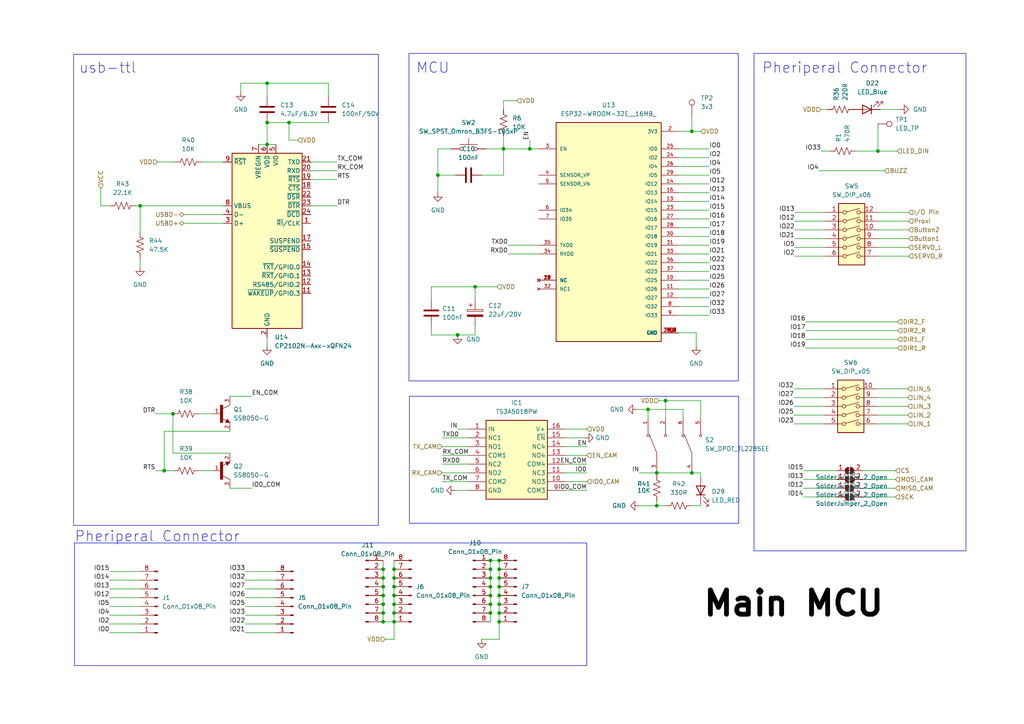
<source format=kicad_sch>
(kicad_sch (version 20230121) (generator eeschema)
  (paper "A4")
  (lib_symbols
    (symbol "Analog_switch_Custom:TS3A5018PW"
      (property "Reference" "IC" (at 24.13 7.62 0))
      (property "Value" "TS3A5018PW" (at 24.13 5.08 0))
      (symbol "TS3A5018PW_1_1"
        (pin passive line (at 0 0 0) (length 5.08) (name "IN") (number "1"))
        (pin passive line (at 27.94 -15.24 180) (length 5.08) (name "NO3") (number "10"))
        (pin passive line (at 27.94 -12.7 180) (length 5.08) (name "NC3") (number "11"))
        (pin passive line (at 27.94 -10.16 180) (length 5.08) (name "COM4") (number "12"))
        (pin passive line (at 27.94 -7.62 180) (length 5.08) (name "NO4") (number "13"))
        (pin passive line (at 27.94 -5.08 180) (length 5.08) (name "NC4") (number "14"))
        (pin passive line (at 27.94 -2.54 180) (length 5.08) (name "~{EN}") (number "15"))
        (pin passive line (at 27.94 0 180) (length 5.08) (name "V+") (number "16"))
        (pin passive line (at 0 -2.54 0) (length 5.08) (name "NC1") (number "2"))
        (pin passive line (at 0 -5.08 0) (length 5.08) (name "NO1") (number "3"))
        (pin passive line (at 0 -7.62 0) (length 5.08) (name "COM1") (number "4"))
        (pin passive line (at 0 -10.16 0) (length 5.08) (name "NC2") (number "5"))
        (pin passive line (at 0 -12.7 0) (length 5.08) (name "NO2") (number "6"))
        (pin passive line (at 0 -15.24 0) (length 5.08) (name "COM2") (number "7"))
        (pin passive line (at 0 -17.78 0) (length 5.08) (name "GND") (number "8"))
        (pin passive line (at 27.94 -17.78 180) (length 5.08) (name "COM3") (number "9"))
      )
    )
    (symbol "Connector:Conn_01x08_Pin" (pin_names (offset 1.016) hide)
      (property "Reference" "J" (at 0 10.16 0))
      (property "Value" "Conn_01x08_Pin" (at 0 -12.7 0))
      (symbol "Conn_01x08_Pin_1_1"
        (pin passive line (at 5.08 7.62 180) (length 3.81) (name "Pin_1") (number "1"))
        (pin passive line (at 5.08 5.08 180) (length 3.81) (name "Pin_2") (number "2"))
        (pin passive line (at 5.08 2.54 180) (length 3.81) (name "Pin_3") (number "3"))
        (pin passive line (at 5.08 0 180) (length 3.81) (name "Pin_4") (number "4"))
        (pin passive line (at 5.08 -2.54 180) (length 3.81) (name "Pin_5") (number "5"))
        (pin passive line (at 5.08 -5.08 180) (length 3.81) (name "Pin_6") (number "6"))
        (pin passive line (at 5.08 -7.62 180) (length 3.81) (name "Pin_7") (number "7"))
        (pin passive line (at 5.08 -10.16 180) (length 3.81) (name "Pin_8") (number "8"))
      )
    )
    (symbol "Connector:TestPoint" (pin_numbers hide) (pin_names (offset 0.762) hide)
      (property "Reference" "TP" (at 0 6.858 0))
      (property "Value" "TestPoint" (at 0 5.08 0))
      (symbol "TestPoint_1_1"
        (pin passive line (at 0 0 90) (length 2.54) (name "1") (number "1"))
      )
    )
    (symbol "Device:C" (pin_numbers hide) (pin_names (offset 0.254))
      (property "Reference" "C" (at 0.635 2.54 0))
      (property "Value" "C" (at 0.635 -2.54 0))
      (symbol "C_1_1"
        (pin passive line (at 0 3.81 270) (length 2.794) (name "~") (number "1"))
        (pin passive line (at 0 -3.81 90) (length 2.794) (name "~") (number "2"))
      )
    )
    (symbol "Device:C_Polarized" (pin_numbers hide) (pin_names (offset 0.254))
      (property "Reference" "C" (at 0.635 2.54 0))
      (property "Value" "C_Polarized" (at 0.635 -2.54 0))
      (symbol "C_Polarized_1_1"
        (pin passive line (at 0 3.81 270) (length 2.794) (name "~") (number "1"))
        (pin passive line (at 0 -3.81 90) (length 2.794) (name "~") (number "2"))
      )
    )
    (symbol "Device:LED" (pin_numbers hide) (pin_names (offset 1.016) hide)
      (property "Reference" "D" (at 0 2.54 0))
      (property "Value" "LED" (at 0 -2.54 0))
      (symbol "LED_1_1"
        (pin passive line (at -3.81 0 0) (length 2.54) (name "K") (number "1"))
        (pin passive line (at 3.81 0 180) (length 2.54) (name "A") (number "2"))
      )
    )
    (symbol "Device:R_US" (pin_numbers hide) (pin_names (offset 0))
      (property "Reference" "R" (at 2.54 0 90))
      (property "Value" "R_US" (at -2.54 0 90))
      (symbol "R_US_1_1"
        (pin passive line (at 0 3.81 270) (length 1.27) (name "~") (number "1"))
        (pin passive line (at 0 -3.81 90) (length 1.27) (name "~") (number "2"))
      )
    )
    (symbol "ESP32-WROOM-32E:ESP32-WROOM-32E__16MB_" (pin_names (offset 1.016))
      (property "Reference" "U13" (at 0 38.1 0))
      (property "Value" "ESP32-WROOM-32E__16MB_" (at 0 35.56 0))
      (symbol "ESP32-WROOM-32E__16MB__0_0"
        (pin power_in line (at 20.32 -27.94 180) (length 5.08) (name "GND") (number "1"))
        (pin bidirectional line (at 20.32 -12.7 180) (length 5.08) (name "IO25") (number "10"))
        (pin bidirectional line (at 20.32 -15.24 180) (length 5.08) (name "IO26") (number "11"))
        (pin bidirectional line (at 20.32 -17.78 180) (length 5.08) (name "IO27") (number "12"))
        (pin bidirectional line (at 20.32 10.16 180) (length 5.08) (name "IO14") (number "13"))
        (pin bidirectional line (at 20.32 15.24 180) (length 5.08) (name "IO12") (number "14"))
        (pin power_in line (at 20.32 -27.94 180) (length 5.08) (name "GND") (number "15"))
        (pin bidirectional line (at 20.32 12.7 180) (length 5.08) (name "IO13") (number "16"))
        (pin no_connect line (at -20.32 -12.7 0) (length 5.08) (name "NC") (number "17"))
        (pin no_connect line (at -20.32 -12.7 0) (length 5.08) (name "NC") (number "18"))
        (pin no_connect line (at -20.32 -12.7 0) (length 5.08) (name "NC") (number "19"))
        (pin power_in line (at 20.32 30.48 180) (length 5.08) (name "3V3") (number "2"))
        (pin no_connect line (at -20.32 -12.7 0) (length 5.08) (name "NC") (number "20"))
        (pin no_connect line (at -20.32 -12.7 0) (length 5.08) (name "NC") (number "21"))
        (pin no_connect line (at -20.32 -12.7 0) (length 5.08) (name "NC") (number "22"))
        (pin bidirectional line (at 20.32 7.62 180) (length 5.08) (name "IO15") (number "23"))
        (pin bidirectional line (at 20.32 22.86 180) (length 5.08) (name "IO2") (number "24"))
        (pin bidirectional line (at 20.32 25.4 180) (length 5.08) (name "IO0") (number "25"))
        (pin bidirectional line (at 20.32 20.32 180) (length 5.08) (name "IO4") (number "26"))
        (pin bidirectional line (at 20.32 5.08 180) (length 5.08) (name "IO16") (number "27"))
        (pin bidirectional line (at 20.32 2.54 180) (length 5.08) (name "IO17") (number "28"))
        (pin bidirectional line (at 20.32 17.78 180) (length 5.08) (name "IO5") (number "29"))
        (pin input line (at -20.32 25.4 0) (length 5.08) (name "EN") (number "3"))
        (pin bidirectional line (at 20.32 0 180) (length 5.08) (name "IO18") (number "30"))
        (pin bidirectional line (at 20.32 -2.54 180) (length 5.08) (name "IO19") (number "31"))
        (pin no_connect line (at -20.32 -15.24 0) (length 5.08) (name "NC1") (number "32"))
        (pin bidirectional line (at 20.32 -5.08 180) (length 5.08) (name "IO21") (number "33"))
        (pin bidirectional line (at -20.32 -5.08 0) (length 5.08) (name "RXD0") (number "34"))
        (pin bidirectional line (at -20.32 -2.54 0) (length 5.08) (name "TXD0") (number "35"))
        (pin bidirectional line (at 20.32 -7.62 180) (length 5.08) (name "IO22") (number "36"))
        (pin bidirectional line (at 20.32 -10.16 180) (length 5.08) (name "IO23") (number "37"))
        (pin power_in line (at 20.32 -27.94 180) (length 5.08) (name "GND") (number "38"))
        (pin power_in line (at 20.32 -27.94 180) (length 5.08) (name "GND") (number "39_1"))
        (pin power_in line (at 20.32 -27.94 180) (length 5.08) (name "GND") (number "39_2"))
        (pin power_in line (at 20.32 -27.94 180) (length 5.08) (name "GND") (number "39_3"))
        (pin power_in line (at 20.32 -27.94 180) (length 5.08) (name "GND") (number "39_4"))
        (pin power_in line (at 20.32 -27.94 180) (length 5.08) (name "GND") (number "39_5"))
        (pin power_in line (at 20.32 -27.94 180) (length 5.08) (name "GND") (number "39_6"))
        (pin power_in line (at 20.32 -27.94 180) (length 5.08) (name "GND") (number "39_7"))
        (pin power_in line (at 20.32 -27.94 180) (length 5.08) (name "GND") (number "39_8"))
        (pin power_in line (at 20.32 -27.94 180) (length 5.08) (name "GND") (number "39_9"))
        (pin input line (at -20.32 17.78 0) (length 5.08) (name "SENSOR_VP") (number "4"))
        (pin input line (at -20.32 15.24 0) (length 5.08) (name "SENSOR_VN") (number "5"))
        (pin input line (at -20.32 7.62 0) (length 5.08) (name "IO34") (number "6"))
        (pin input line (at -20.32 5.08 0) (length 5.08) (name "IO35") (number "7"))
        (pin bidirectional line (at 20.32 -20.32 180) (length 5.08) (name "IO32") (number "8"))
        (pin bidirectional line (at 20.32 -22.86 180) (length 5.08) (name "IO33") (number "9"))
      )
      (symbol "ESP32-WROOM-32E__16MB__1_1"
        (pin output line (at 20.32 -27.94 180) (length 4) hide (name "GND") (number "39_10"))
        (pin output line (at 20.32 -27.94 180) (length 4) hide (name "GND") (number "39_11"))
        (pin output line (at 20.32 -27.94 180) (length 4) hide (name "GND") (number "39_12"))
        (pin output line (at 20.32 -27.94 180) (length 4) hide (name "GND") (number "39_13"))
        (pin output line (at 20.32 -27.94 180) (length 4) hide (name "GND") (number "39_14"))
        (pin output line (at 20.32 -27.94 180) (length 4) hide (name "GND") (number "39_15"))
        (pin output line (at 20.32 -27.94 180) (length 4) hide (name "GND") (number "39_16"))
        (pin output line (at 20.32 -27.94 180) (length 4) hide (name "GND") (number "39_17"))
        (pin output line (at 20.32 -27.94 180) (length 4) hide (name "GND") (number "39_18"))
        (pin output line (at 20.32 -27.94 180) (length 4) hide (name "GND") (number "39_19"))
        (pin output line (at 20.32 -27.94 180) (length 4) hide (name "GND") (number "39_20"))
        (pin output line (at 20.32 -27.94 180) (length 4) hide (name "GND") (number "39_21"))
      )
    )
    (symbol "Interface_USB:CP2102N-Axx-xQFN24"
      (property "Reference" "U" (at -8.89 26.67 0))
      (property "Value" "CP2102N-Axx-xQFN24" (at 13.97 26.67 0))
      (symbol "CP2102N-Axx-xQFN24_1_1"
        (pin bidirectional line (at 12.7 5.08 180) (length 2.54) (name "~{RI}/CLK") (number "1"))
        (pin no_connect line (at -10.16 -22.86 0) (length 2.54) hide (name "NC") (number "10"))
        (pin bidirectional line (at 12.7 -15.24 180) (length 2.54) (name "~{WAKEUP}/GPIO.3") (number "11"))
        (pin bidirectional line (at 12.7 -12.7 180) (length 2.54) (name "RS485/GPIO.2") (number "12"))
        (pin bidirectional line (at 12.7 -10.16 180) (length 2.54) (name "~{RXT}/GPIO.1") (number "13"))
        (pin bidirectional line (at 12.7 -7.62 180) (length 2.54) (name "~{TXT}/GPIO.0") (number "14"))
        (pin output line (at 12.7 -2.54 180) (length 2.54) (name "~{SUSPEND}") (number "15"))
        (pin no_connect line (at 10.16 -22.86 180) (length 2.54) hide (name "NC") (number "16"))
        (pin output line (at 12.7 0 180) (length 2.54) (name "SUSPEND") (number "17"))
        (pin input line (at 12.7 15.24 180) (length 2.54) (name "~{CTS}") (number "18"))
        (pin output line (at 12.7 17.78 180) (length 2.54) (name "~{RTS}") (number "19"))
        (pin power_in line (at 0 -27.94 90) (length 2.54) (name "GND") (number "2"))
        (pin input line (at 12.7 20.32 180) (length 2.54) (name "RXD") (number "20"))
        (pin output line (at 12.7 22.86 180) (length 2.54) (name "TXD") (number "21"))
        (pin input line (at 12.7 12.7 180) (length 2.54) (name "~{DSR}") (number "22"))
        (pin output line (at 12.7 10.16 180) (length 2.54) (name "~{DTR}") (number "23"))
        (pin input line (at 12.7 7.62 180) (length 2.54) (name "~{DCD}") (number "24"))
        (pin passive line (at 0 -27.94 90) (length 2.54) hide (name "GND") (number "25"))
        (pin bidirectional line (at -12.7 5.08 0) (length 2.54) (name "D+") (number "3"))
        (pin bidirectional line (at -12.7 7.62 0) (length 2.54) (name "D-") (number "4"))
        (pin power_in line (at 2.54 27.94 270) (length 2.54) (name "VIO") (number "5"))
        (pin power_in line (at 0 27.94 270) (length 2.54) (name "VDD") (number "6"))
        (pin power_in line (at -2.54 27.94 270) (length 2.54) (name "VREGIN") (number "7"))
        (pin input line (at -12.7 10.16 0) (length 2.54) (name "VBUS") (number "8"))
        (pin input line (at -12.7 22.86 0) (length 2.54) (name "~{RST}") (number "9"))
      )
    )
    (symbol "Jumper:SolderJumper_2_Open" (pin_names (offset 0) hide)
      (property "Reference" "JP" (at 0 2.032 0))
      (property "Value" "SolderJumper_2_Open" (at 0 -2.54 0))
      (symbol "SolderJumper_2_Open_1_1"
        (pin passive line (at -3.81 0 0) (length 2.54) (name "A") (number "1"))
        (pin passive line (at 3.81 0 180) (length 2.54) (name "B") (number "2"))
      )
    )
    (symbol "SS8050-G:SS8050-G" (pin_names (offset 1.016))
      (property "Reference" "Q" (at -10.16 7.62 0))
      (property "Value" "SS8050-G" (at -10.16 -7.62 0))
      (symbol "SS8050-G_0_0"
        (pin passive line (at -2.54 0 0) (length 2.54) (name "~") (number "1"))
        (pin passive line (at 2.54 -5.08 90) (length 2.54) (name "~") (number "2"))
        (pin passive line (at 2.54 5.08 270) (length 2.54) (name "~") (number "3"))
      )
    )
    (symbol "Switch:SW_DIP_x05" (pin_names (offset 0) hide)
      (property "Reference" "SW" (at 0 8.89 0))
      (property "Value" "SW_DIP_x05" (at 0 -8.89 0))
      (symbol "SW_DIP_x05_1_1"
        (pin passive line (at -7.62 5.08 0) (length 5.08) (name "~") (number "1"))
        (pin passive line (at 7.62 5.08 180) (length 5.08) (name "~") (number "10"))
        (pin passive line (at -7.62 2.54 0) (length 5.08) (name "~") (number "2"))
        (pin passive line (at -7.62 0 0) (length 5.08) (name "~") (number "3"))
        (pin passive line (at -7.62 -2.54 0) (length 5.08) (name "~") (number "4"))
        (pin passive line (at -7.62 -5.08 0) (length 5.08) (name "~") (number "5"))
        (pin passive line (at 7.62 -5.08 180) (length 5.08) (name "~") (number "6"))
        (pin passive line (at 7.62 -2.54 180) (length 5.08) (name "~") (number "7"))
        (pin passive line (at 7.62 0 180) (length 5.08) (name "~") (number "8"))
        (pin passive line (at 7.62 2.54 180) (length 5.08) (name "~") (number "9"))
      )
    )
    (symbol "Switch:SW_DIP_x06" (pin_names (offset 0) hide)
      (property "Reference" "SW" (at 0 11.43 0))
      (property "Value" "SW_DIP_x06" (at 0 -8.89 0))
      (symbol "SW_DIP_x06_1_1"
        (pin passive line (at -7.62 7.62 0) (length 5.08) (name "~") (number "1"))
        (pin passive line (at 7.62 2.54 180) (length 5.08) (name "~") (number "10"))
        (pin passive line (at 7.62 5.08 180) (length 5.08) (name "~") (number "11"))
        (pin passive line (at 7.62 7.62 180) (length 5.08) (name "~") (number "12"))
        (pin passive line (at -7.62 5.08 0) (length 5.08) (name "~") (number "2"))
        (pin passive line (at -7.62 2.54 0) (length 5.08) (name "~") (number "3"))
        (pin passive line (at -7.62 0 0) (length 5.08) (name "~") (number "4"))
        (pin passive line (at -7.62 -2.54 0) (length 5.08) (name "~") (number "5"))
        (pin passive line (at -7.62 -5.08 0) (length 5.08) (name "~") (number "6"))
        (pin passive line (at 7.62 -5.08 180) (length 5.08) (name "~") (number "7"))
        (pin passive line (at 7.62 -2.54 180) (length 5.08) (name "~") (number "8"))
        (pin passive line (at 7.62 0 180) (length 5.08) (name "~") (number "9"))
      )
    )
    (symbol "Switch:SW_Push" (pin_numbers hide) (pin_names (offset 1.016) hide)
      (property "Reference" "SW" (at 1.27 2.54 0))
      (property "Value" "SW_Push" (at 0 -1.524 0))
      (symbol "SW_Push_0_1"
        (pin passive line (at -5.08 0 0) (length 2.54) (name "1") (number "1"))
        (pin passive line (at 5.08 0 180) (length 2.54) (name "2") (number "2"))
      )
    )
    (symbol "Switch_Custom:SW_DPDT_TL2285EE" (pin_names (offset 1.016))
      (property "Reference" "S" (at -2.54 10.16 0))
      (property "Value" "SW_DPDT_TL2285EE" (at -2.54 -10.16 0))
      (symbol "SW_DPDT_TL2285EE_0_0"
        (pin passive line (at 7.62 7.62 180) (length 2.54) (name "~") (number "1"))
        (pin passive line (at 7.62 2.54 180) (length 2.54) (name "~") (number "2"))
        (pin passive line (at -7.62 5.08 0) (length 2.54) (name "~") (number "3"))
        (pin passive line (at -7.62 -5.08 0) (length 2.54) (name "~") (number "4"))
        (pin passive line (at 7.62 -7.62 180) (length 2.54) (name "~") (number "5"))
        (pin passive line (at 7.62 -2.54 180) (length 2.54) (name "~") (number "6"))
      )
    )
    (symbol "power:GND" (power) (pin_names (offset 0))
      (property "Value" "GND" (at 0 -3.81 0))
      (symbol "GND_1_1"
        (pin power_in line (at 0 0 270) (length 0) hide (name "GND") (number "1"))
      )
    )
  )
  (junction (at 200.66 137.16))
  (junction (at 142.24 162.56))
  (junction (at 132.715 97.155))
  (junction (at 111.125 180.34))
  (junction (at 144.78 177.8))
  (junction (at 127 50.8))
  (junction (at 111.125 172.72))
  (junction (at 114.3 180.34))
  (junction (at 114.3 172.72))
  (junction (at 146.05 43.18))
  (junction (at 144.78 180.34))
  (junction (at 40.64 59.69))
  (junction (at 114.3 177.8))
  (junction (at 144.78 162.56))
  (junction (at 114.3 167.64))
  (junction (at 111.125 165.1))
  (junction (at 193.04 116.205))
  (junction (at 144.78 170.18))
  (junction (at 144.78 165.1))
  (junction (at 83.82 35.56))
  (junction (at 144.78 175.26))
  (junction (at 111.125 175.26))
  (junction (at 47.625 136.525))
  (junction (at 142.24 177.8))
  (junction (at 187.96 118.745))
  (junction (at 142.24 170.18))
  (junction (at 50.165 120.015))
  (junction (at 111.125 177.8))
  (junction (at 114.3 165.1))
  (junction (at 114.3 170.18))
  (junction (at 142.24 165.1))
  (junction (at 200.66 38.1))
  (junction (at 114.3 175.26))
  (junction (at 77.47 35.56))
  (junction (at 144.78 167.64))
  (junction (at 142.24 172.72))
  (junction (at 111.125 170.18))
  (junction (at 142.24 175.26))
  (junction (at 153.67 43.18))
  (junction (at 190.5 146.685))
  (junction (at 111.125 167.64))
  (junction (at 144.78 172.72))
  (junction (at 142.24 167.64))
  (junction (at 137.795 83.185))
  (junction (at 77.47 24.13))
  (junction (at 77.47 41.91))
  (junction (at 190.5 137.16))
  (junction (at 254.635 43.815))
  (wire (pts (xy 77.47 27.94) (xy 77.47 24.13)))
  (wire (pts (xy 190.5 137.795) (xy 190.5 137.16)))
  (wire (pts (xy 196.85 71.12) (xy 205.74 71.12)))
  (wire (pts (xy 142.24 165.1) (xy 142.24 162.56)))
  (wire (pts (xy 90.17 52.07) (xy 97.79 52.07)))
  (wire (pts (xy 196.85 63.5) (xy 205.74 63.5)))
  (wire (pts (xy 190.5 146.685) (xy 193.04 146.685)))
  (wire (pts (xy 128.27 139.7) (xy 135.89 139.7)))
  (wire (pts (xy 203.2 137.16) (xy 203.2 138.43)))
  (wire (pts (xy 80.01 170.815) (xy 71.12 170.815)))
  (wire (pts (xy 47.625 125.095) (xy 47.625 136.525)))
  (wire (pts (xy 185.42 137.16) (xy 190.5 137.16)))
  (wire (pts (xy 74.93 41.91) (xy 77.47 41.91)))
  (wire (pts (xy 50.165 131.445) (xy 50.165 120.015)))
  (wire (pts (xy 203.2 146.05) (xy 203.2 146.685)))
  (wire (pts (xy 111.125 165.1) (xy 111.125 167.64)))
  (wire (pts (xy 233.045 141.605) (xy 242.57 141.605)))
  (wire (pts (xy 196.85 60.96) (xy 205.74 60.96)))
  (wire (pts (xy 111.125 170.18) (xy 111.125 172.72)))
  (wire (pts (xy 254.381 112.776) (xy 263.271 112.776)))
  (wire (pts (xy 196.85 76.2) (xy 205.74 76.2)))
  (wire (pts (xy 114.3 170.18) (xy 114.3 172.72)))
  (wire (pts (xy 127 50.8) (xy 127 43.18)))
  (wire (pts (xy 250.19 136.525) (xy 259.715 136.525)))
  (wire (pts (xy 125.095 97.155) (xy 125.095 94.615)))
  (wire (pts (xy 58.42 46.99) (xy 64.77 46.99)))
  (wire (pts (xy 196.85 88.9) (xy 205.74 88.9)))
  (wire (pts (xy 233.68 93.345) (xy 260.35 93.345)))
  (wire (pts (xy 196.85 68.58) (xy 205.74 68.58)))
  (wire (pts (xy 90.17 59.69) (xy 97.79 59.69)))
  (wire (pts (xy 230.251 112.776) (xy 239.141 112.776)))
  (wire (pts (xy 95.25 27.94) (xy 95.25 24.13)))
  (wire (pts (xy 144.78 167.64) (xy 144.78 170.18)))
  (wire (pts (xy 190.5 145.415) (xy 190.5 146.685)))
  (wire (pts (xy 163.83 142.24) (xy 170.18 142.24)))
  (wire (pts (xy 45.72 46.99) (xy 50.8 46.99)))
  (wire (pts (xy 146.05 50.8) (xy 146.05 43.18)))
  (wire (pts (xy 196.85 73.66) (xy 205.74 73.66)))
  (wire (pts (xy 163.83 127) (xy 169.545 127)))
  (wire (pts (xy 142.24 177.8) (xy 142.24 175.26)))
  (wire (pts (xy 191.135 116.205) (xy 193.04 116.205)))
  (wire (pts (xy 40.64 183.515) (xy 31.75 183.515)))
  (wire (pts (xy 163.83 132.08) (xy 170.18 132.08)))
  (wire (pts (xy 205.74 45.72) (xy 196.85 45.72)))
  (wire (pts (xy 196.85 86.36) (xy 205.74 86.36)))
  (wire (pts (xy 230.505 66.675) (xy 239.395 66.675)))
  (wire (pts (xy 66.675 141.605) (xy 73.025 141.605)))
  (wire (pts (xy 200.66 136.525) (xy 200.66 137.16)))
  (wire (pts (xy 196.85 91.44) (xy 205.74 91.44)))
  (wire (pts (xy 233.68 98.425) (xy 260.35 98.425)))
  (wire (pts (xy 142.24 175.26) (xy 142.24 172.72)))
  (wire (pts (xy 53.34 64.77) (xy 64.77 64.77)))
  (wire (pts (xy 135.89 127) (xy 128.27 127)))
  (wire (pts (xy 114.3 167.64) (xy 114.3 170.18)))
  (wire (pts (xy 57.785 120.015) (xy 61.595 120.015)))
  (wire (pts (xy 142.24 167.64) (xy 142.24 165.1)))
  (wire (pts (xy 80.01 175.895) (xy 71.12 175.895)))
  (wire (pts (xy 163.83 129.54) (xy 170.18 129.54)))
  (wire (pts (xy 90.17 46.99) (xy 97.79 46.99)))
  (wire (pts (xy 77.47 41.91) (xy 77.47 35.56)))
  (wire (pts (xy 53.34 62.23) (xy 64.77 62.23)))
  (wire (pts (xy 238.125 31.75) (xy 240.03 31.75)))
  (wire (pts (xy 90.17 49.53) (xy 97.79 49.53)))
  (wire (pts (xy 83.82 40.64) (xy 83.82 35.56)))
  (wire (pts (xy 146.05 29.21) (xy 149.86 29.21)))
  (wire (pts (xy 230.505 74.295) (xy 239.395 74.295)))
  (wire (pts (xy 132.08 50.8) (xy 127 50.8)))
  (wire (pts (xy 254.381 120.396) (xy 263.271 120.396)))
  (wire (pts (xy 187.96 118.745) (xy 187.96 121.285)))
  (wire (pts (xy 83.82 40.64) (xy 86.36 40.64)))
  (wire (pts (xy 47.625 136.525) (xy 50.165 136.525)))
  (wire (pts (xy 45.085 136.525) (xy 47.625 136.525)))
  (wire (pts (xy 77.47 24.13) (xy 69.85 24.13)))
  (wire (pts (xy 29.21 59.69) (xy 29.21 54.61)))
  (wire (pts (xy 144.78 162.56) (xy 144.78 165.1)))
  (wire (pts (xy 40.64 173.355) (xy 31.75 173.355)))
  (wire (pts (xy 184.785 118.745) (xy 187.96 118.745)))
  (wire (pts (xy 250.19 144.145) (xy 259.715 144.145)))
  (wire (pts (xy 248.285 43.815) (xy 254.635 43.815)))
  (wire (pts (xy 201.93 96.52) (xy 196.85 96.52)))
  (wire (pts (xy 111.125 162.56) (xy 111.125 165.1)))
  (wire (pts (xy 196.85 81.28) (xy 205.74 81.28)))
  (wire (pts (xy 233.68 95.885) (xy 260.35 95.885)))
  (wire (pts (xy 132.08 142.24) (xy 135.89 142.24)))
  (wire (pts (xy 146.05 43.18) (xy 153.67 43.18)))
  (wire (pts (xy 114.3 172.72) (xy 114.3 175.26)))
  (wire (pts (xy 111.125 167.64) (xy 111.125 170.18)))
  (wire (pts (xy 230.505 71.755) (xy 239.395 71.755)))
  (wire (pts (xy 254.635 66.675) (xy 263.525 66.675)))
  (wire (pts (xy 125.095 97.155) (xy 132.715 97.155)))
  (wire (pts (xy 230.251 117.856) (xy 239.141 117.856)))
  (wire (pts (xy 40.64 59.69) (xy 64.77 59.69)))
  (wire (pts (xy 66.675 131.445) (xy 50.165 131.445)))
  (wire (pts (xy 144.78 177.8) (xy 144.78 180.34)))
  (wire (pts (xy 127 55.88) (xy 127 50.8)))
  (wire (pts (xy 153.67 40.64) (xy 153.67 43.18)))
  (wire (pts (xy 111.125 177.8) (xy 111.125 180.34)))
  (wire (pts (xy 144.78 170.18) (xy 144.78 172.72)))
  (wire (pts (xy 230.505 69.215) (xy 239.395 69.215)))
  (wire (pts (xy 40.64 165.735) (xy 31.75 165.735)))
  (wire (pts (xy 111.125 172.72) (xy 111.125 175.26)))
  (wire (pts (xy 31.75 59.69) (xy 29.21 59.69)))
  (wire (pts (xy 196.85 78.74) (xy 205.74 78.74)))
  (wire (pts (xy 203.2 116.205) (xy 193.04 116.205)))
  (wire (pts (xy 230.251 122.936) (xy 239.141 122.936)))
  (wire (pts (xy 114.3 165.1) (xy 114.3 167.64)))
  (wire (pts (xy 254.635 61.595) (xy 263.525 61.595)))
  (wire (pts (xy 153.67 43.18) (xy 156.21 43.18)))
  (wire (pts (xy 230.505 61.595) (xy 239.395 61.595)))
  (wire (pts (xy 196.85 66.04) (xy 205.74 66.04)))
  (wire (pts (xy 198.12 121.285) (xy 198.12 118.745)))
  (wire (pts (xy 255.27 31.75) (xy 260.985 31.75)))
  (wire (pts (xy 80.01 180.975) (xy 71.12 180.975)))
  (wire (pts (xy 146.05 39.37) (xy 146.05 43.18)))
  (wire (pts (xy 144.78 165.1) (xy 144.78 167.64)))
  (wire (pts (xy 77.47 97.79) (xy 77.47 100.33)))
  (wire (pts (xy 254.635 64.135) (xy 263.525 64.135)))
  (wire (pts (xy 146.05 31.75) (xy 146.05 29.21)))
  (wire (pts (xy 80.01 178.435) (xy 71.12 178.435)))
  (wire (pts (xy 250.19 139.065) (xy 259.715 139.065)))
  (wire (pts (xy 254.635 35.941) (xy 254.635 43.815)))
  (wire (pts (xy 66.675 125.095) (xy 47.625 125.095)))
  (wire (pts (xy 111.125 175.26) (xy 111.125 177.8)))
  (wire (pts (xy 137.795 94.615) (xy 137.795 97.155)))
  (wire (pts (xy 114.3 180.34) (xy 114.3 185.42)))
  (wire (pts (xy 125.095 83.185) (xy 137.795 83.185)))
  (wire (pts (xy 114.3 175.26) (xy 114.3 177.8)))
  (wire (pts (xy 233.045 144.145) (xy 242.57 144.145)))
  (wire (pts (xy 163.83 124.46) (xy 170.18 124.46)))
  (wire (pts (xy 45.085 120.015) (xy 50.165 120.015)))
  (wire (pts (xy 200.66 137.16) (xy 203.2 137.16)))
  (wire (pts (xy 205.74 48.26) (xy 196.85 48.26)))
  (wire (pts (xy 140.97 43.18) (xy 146.05 43.18)))
  (wire (pts (xy 238.125 43.815) (xy 240.665 43.815)))
  (wire (pts (xy 200.66 38.1) (xy 203.2 38.1)))
  (wire (pts (xy 132.715 124.46) (xy 135.89 124.46)))
  (wire (pts (xy 196.85 38.1) (xy 200.66 38.1)))
  (wire (pts (xy 201.93 96.52) (xy 201.93 100.33)))
  (wire (pts (xy 196.85 83.82) (xy 205.74 83.82)))
  (wire (pts (xy 163.83 139.7) (xy 170.18 139.7)))
  (wire (pts (xy 80.01 165.735) (xy 71.12 165.735)))
  (wire (pts (xy 114.3 162.56) (xy 114.3 165.1)))
  (wire (pts (xy 144.78 175.26) (xy 144.78 177.8)))
  (wire (pts (xy 147.32 73.66) (xy 156.21 73.66)))
  (wire (pts (xy 95.25 35.56) (xy 83.82 35.56)))
  (wire (pts (xy 31.75 178.435) (xy 40.64 178.435)))
  (wire (pts (xy 40.64 67.31) (xy 40.64 59.69)))
  (wire (pts (xy 196.85 58.42) (xy 205.74 58.42)))
  (wire (pts (xy 128.27 137.16) (xy 135.89 137.16)))
  (wire (pts (xy 144.78 180.34) (xy 144.78 185.42)))
  (wire (pts (xy 111.76 185.42) (xy 114.3 185.42)))
  (wire (pts (xy 254.381 117.856) (xy 263.271 117.856)))
  (wire (pts (xy 80.01 173.355) (xy 71.12 173.355)))
  (wire (pts (xy 40.64 59.69) (xy 39.37 59.69)))
  (wire (pts (xy 40.64 168.275) (xy 31.75 168.275)))
  (wire (pts (xy 142.24 180.34) (xy 142.24 177.8)))
  (wire (pts (xy 111.125 180.34) (xy 114.3 180.34)))
  (wire (pts (xy 237.49 49.53) (xy 256.54 49.53)))
  (wire (pts (xy 128.27 129.54) (xy 135.89 129.54)))
  (wire (pts (xy 163.83 134.62) (xy 170.18 134.62)))
  (wire (pts (xy 203.2 121.285) (xy 203.2 116.205)))
  (wire (pts (xy 196.85 55.88) (xy 205.74 55.88)))
  (wire (pts (xy 147.32 71.12) (xy 156.21 71.12)))
  (wire (pts (xy 31.75 180.975) (xy 40.64 180.975)))
  (wire (pts (xy 233.045 136.525) (xy 242.57 136.525)))
  (wire (pts (xy 254.635 71.755) (xy 263.525 71.755)))
  (wire (pts (xy 144.78 172.72) (xy 144.78 175.26)))
  (wire (pts (xy 144.145 83.185) (xy 137.795 83.185)))
  (wire (pts (xy 254.635 74.295) (xy 263.525 74.295)))
  (wire (pts (xy 132.715 97.155) (xy 137.795 97.155)))
  (wire (pts (xy 254.381 115.316) (xy 263.271 115.316)))
  (wire (pts (xy 198.12 118.745) (xy 187.96 118.745)))
  (wire (pts (xy 135.89 134.62) (xy 128.27 134.62)))
  (wire (pts (xy 139.7 50.8) (xy 146.05 50.8)))
  (wire (pts (xy 190.5 137.16) (xy 190.5 136.525)))
  (wire (pts (xy 114.3 177.8) (xy 114.3 180.34)))
  (wire (pts (xy 230.251 120.396) (xy 239.141 120.396)))
  (wire (pts (xy 69.85 24.13) (xy 69.85 26.67)))
  (wire (pts (xy 139.7 185.42) (xy 144.78 185.42)))
  (wire (pts (xy 127 43.18) (xy 130.81 43.18)))
  (wire (pts (xy 163.83 137.16) (xy 170.18 137.16)))
  (wire (pts (xy 254.381 122.936) (xy 263.271 122.936)))
  (wire (pts (xy 80.01 183.515) (xy 71.12 183.515)))
  (wire (pts (xy 95.25 24.13) (xy 77.47 24.13)))
  (wire (pts (xy 203.2 146.685) (xy 200.66 146.685)))
  (wire (pts (xy 40.64 74.93) (xy 40.64 77.47)))
  (wire (pts (xy 66.675 114.935) (xy 73.025 114.935)))
  (wire (pts (xy 185.42 146.685) (xy 190.5 146.685)))
  (wire (pts (xy 125.095 86.995) (xy 125.095 83.185)))
  (wire (pts (xy 230.505 64.135) (xy 239.395 64.135)))
  (wire (pts (xy 196.85 50.8) (xy 205.74 50.8)))
  (wire (pts (xy 83.82 35.56) (xy 77.47 35.56)))
  (wire (pts (xy 137.795 86.995) (xy 137.795 83.185)))
  (wire (pts (xy 230.251 115.316) (xy 239.141 115.316)))
  (wire (pts (xy 128.27 132.08) (xy 135.89 132.08)))
  (wire (pts (xy 142.24 172.72) (xy 142.24 170.18)))
  (wire (pts (xy 40.64 170.815) (xy 31.75 170.815)))
  (wire (pts (xy 254.635 43.815) (xy 260.223 43.815)))
  (wire (pts (xy 77.47 41.91) (xy 80.01 41.91)))
  (wire (pts (xy 40.64 175.895) (xy 31.75 175.895)))
  (wire (pts (xy 80.01 168.275) (xy 71.12 168.275)))
  (wire (pts (xy 254.635 69.215) (xy 263.525 69.215)))
  (wire (pts (xy 142.24 170.18) (xy 142.24 167.64)))
  (wire (pts (xy 193.04 121.285) (xy 193.04 116.205)))
  (wire (pts (xy 200.66 33.02) (xy 200.66 38.1)))
  (wire (pts (xy 190.5 137.16) (xy 200.66 137.16)))
  (wire (pts (xy 196.85 43.18) (xy 205.74 43.18)))
  (wire (pts (xy 142.24 162.56) (xy 144.78 162.56)))
  (wire (pts (xy 196.85 53.34) (xy 205.74 53.34)))
  (wire (pts (xy 233.045 139.065) (xy 242.57 139.065)))
  (wire (pts (xy 250.19 141.605) (xy 259.715 141.605)))
  (wire (pts (xy 233.68 100.965) (xy 260.35 100.965)))
  (wire (pts (xy 57.785 136.525) (xy 61.595 136.525)))
  (rectangle (start 118.618 15.494) (end 214.122 110.49))
  (rectangle (start 21.336 15.748) (end 109.728 152.4))
  (rectangle (start 21.59 157.48) (end 170.18 193.04))
  (rectangle (start 218.694 15.494) (end 280.162 159.766))
  (rectangle (start 118.745 114.935) (end 214.249 151.765))
  (text "Pheriperal Connector" (at 21.59 157.48 0) (effects (font (size 3 3)) (justify left bottom)))
  (text "usb-ttl" (at 22.86 21.59 0) (effects (font (size 3 3)) (justify left bottom)))
  (text "Main MCU" (at 203.454 179.324 0) (effects (font (size 7 7) (thickness 1.4) bold) (justify left bottom)))
  (text "Pheriperal Connector" (at 220.98 21.59 0) (effects (font (size 3 3)) (justify left bottom)))
  (text "MCU" (at 120.65 21.59 0) (effects (font (size 3 3)) (justify left bottom)))
  (label "IO12" (at 31.75 173.355 180))
  (label "IO32" (at 205.74 88.9 0))
  (label "IO0_COM" (at 170.18 142.24 180))
  (label "IO2" (at 31.75 180.975 180))
  (label "IO16" (at 205.74 63.5 0))
  (label "IO23" (at 71.12 178.435 180))
  (label "IO32" (at 71.12 168.275 180))
  (label "TXD0" (at 128.27 127 0))
  (label "IO12" (at 233.045 141.605 180))
  (label "IO23" (at 205.74 78.74 0))
  (label "RX_COM" (at 128.27 132.08 0))
  (label "IO27" (at 205.74 86.36 0))
  (label "IO13" (at 230.505 61.595 180))
  (label "EN_COM" (at 170.18 134.62 180))
  (label "IO12" (at 230.505 64.135 180))
  (label "IO4" (at 205.74 48.26 0))
  (label "IO27" (at 71.12 170.815 180))
  (label "TX_COM" (at 128.27 139.7 0))
  (label "IO2" (at 205.74 45.72 0))
  (label "IO14" (at 31.75 168.275 180))
  (label "IO21" (at 230.505 69.215 180))
  (label "IO23" (at 230.251 122.936 180))
  (label "IO25" (at 205.74 81.28 0))
  (label "IO21" (at 205.74 73.66 0))
  (label "IO12" (at 205.74 53.34 0))
  (label "IO0" (at 170.18 137.16 180))
  (label "IO5" (at 31.75 175.895 180))
  (label "IO32" (at 230.251 112.776 180))
  (label "IO15" (at 205.74 60.96 0))
  (label "IO26" (at 230.251 117.856 180))
  (label "IO4" (at 237.49 49.53 180))
  (label "IO18" (at 233.68 98.425 180))
  (label "IO17" (at 205.74 66.04 0))
  (label "IO0" (at 31.75 183.515 180))
  (label "IO21" (at 71.12 183.515 180))
  (label "IO26" (at 71.12 173.355 180))
  (label "IO13" (at 205.74 55.88 0))
  (label "IO13" (at 31.75 170.815 180))
  (label "IO33" (at 238.125 43.815 180))
  (label "RXD0" (at 128.27 134.62 0))
  (label "IO0" (at 205.74 43.18 0))
  (label "RX_COM" (at 97.79 49.53 0))
  (label "EN_COM" (at 73.025 114.935 0))
  (label "IO33" (at 71.12 165.735 180))
  (label "IO14" (at 233.045 144.145 180))
  (label "IO5" (at 205.74 50.8 0))
  (label "IO25" (at 71.12 175.895 180))
  (label "IO16" (at 233.68 93.345 180))
  (label "RTS" (at 97.79 52.07 0))
  (label "IN" (at 132.715 124.46 180))
  (label "IO0_COM" (at 73.025 141.605 0))
  (label "IO5" (at 230.505 71.755 180))
  (label "TX_COM" (at 97.79 46.99 0))
  (label "IO22" (at 71.12 180.975 180))
  (label "IO22" (at 230.505 66.675 180))
  (label "EN" (at 153.67 40.64 90))
  (label "DTR" (at 45.085 120.015 180))
  (label "TXD0" (at 147.32 71.12 180))
  (label "IO33" (at 205.74 91.44 0))
  (label "IO25" (at 230.251 120.396 180))
  (label "DTR" (at 97.79 59.69 0))
  (label "EN" (at 170.18 129.54 180))
  (label "IO22" (at 205.74 76.2 0))
  (label "IO26" (at 205.74 83.82 0))
  (label "RXD0" (at 147.32 73.66 180))
  (label "IO19" (at 233.68 100.965 180))
  (label "RTS" (at 45.085 136.525 180))
  (label "IO4" (at 31.75 178.435 180))
  (label "IO17" (at 233.68 95.885 180))
  (label "IO14" (at 205.74 58.42 0))
  (label "IO18" (at 205.74 68.58 0))
  (label "IN" (at 185.42 137.16 180))
  (label "IO15" (at 233.045 136.525 180))
  (label "IO15" (at 31.75 165.735 180))
  (label "IO2" (at 230.505 74.295 180))
  (label "IO27" (at 230.251 115.316 180))
  (label "IO19" (at 205.74 71.12 0))
  (label "IO13" (at 233.045 139.065 180))
  (hierarchical_label "VDD" (shape input) (at 45.72 46.99 180))
  (hierarchical_label "DIR2_F" (shape input) (at 260.35 93.345 0))
  (hierarchical_label "I{slash}O Pin" (shape input) (at 263.525 61.595 0))
  (hierarchical_label "VDD" (shape input) (at 170.18 124.46 0))
  (hierarchical_label "VDD" (shape input) (at 111.76 185.42 180))
  (hierarchical_label "SCK" (shape input) (at 259.715 144.145 0))
  (hierarchical_label "DIR1_F" (shape input) (at 260.35 98.425 0))
  (hierarchical_label "VDD" (shape input) (at 86.36 40.64 0))
  (hierarchical_label "VDD" (shape input) (at 238.125 31.75 180))
  (hierarchical_label "LIN_2" (shape input) (at 263.271 120.396 0))
  (hierarchical_label "USBD+" (shape bidirectional) (at 53.34 64.77 180))
  (hierarchical_label "LIN_1" (shape input) (at 263.271 122.936 0))
  (hierarchical_label "VDD" (shape input) (at 149.86 29.21 0))
  (hierarchical_label "VCC" (shape input) (at 29.21 54.61 90))
  (hierarchical_label "USBD-" (shape bidirectional) (at 53.34 62.23 180))
  (hierarchical_label "Proxi" (shape input) (at 263.525 64.135 0))
  (hierarchical_label "LED_DIN" (shape input) (at 260.223 43.815 0))
  (hierarchical_label "RX_CAM" (shape input) (at 128.27 137.16 180))
  (hierarchical_label "MOSI_CAM" (shape input) (at 259.715 139.065 0))
  (hierarchical_label "CS" (shape input) (at 259.715 136.525 0))
  (hierarchical_label "IO0_CAM" (shape input) (at 170.18 139.7 0))
  (hierarchical_label "BUZZ" (shape input) (at 256.54 49.53 0))
  (hierarchical_label "VDD" (shape input) (at 144.145 83.185 0))
  (hierarchical_label "DIR1_R" (shape input) (at 260.35 100.965 0))
  (hierarchical_label "TX_CAM" (shape input) (at 128.27 129.54 180))
  (hierarchical_label "LIN_5" (shape input) (at 263.271 112.776 0))
  (hierarchical_label "LIN_3" (shape input) (at 263.271 117.856 0))
  (hierarchical_label "VDD" (shape input) (at 203.2 38.1 0))
  (hierarchical_label "MISO_CAM" (shape input) (at 259.715 141.605 0))
  (hierarchical_label "Button1" (shape input) (at 263.525 69.215 0))
  (hierarchical_label "VDD" (shape input) (at 191.135 116.205 180))
  (hierarchical_label "DIR2_R" (shape input) (at 260.35 95.885 0))
  (hierarchical_label "SERVO_L" (shape input) (at 263.525 71.755 0))
  (hierarchical_label "Button2" (shape input) (at 263.525 66.675 0))
  (hierarchical_label "SERVO_R" (shape input) (at 263.525 74.295 0))
  (hierarchical_label "LIN_4" (shape input) (at 263.271 115.316 0))
  (hierarchical_label "EN_CAM" (shape input) (at 170.18 132.08 0))
  (symbol (lib_id "Switch:SW_DIP_x05") (at 246.761 117.856 0) (unit 1)
    (property "Reference" "SW6" (at 246.761 105.156 0))
    (property "Value" "SW_DIP_x05" (at 246.761 107.696 0))
    (property "Footprint" "Button_Switch_THT:SW_DIP_SPSTx05_Slide_9.78x14.88mm_W7.62mm_P2.54mm" (effects hide))
  )
  (symbol (lib_id "power:GND") (at 132.08 142.24 270) (unit 1)
    (property "Reference" "#PWR051" (effects hide))
    (property "Value" "GND" (at 128.905 142.24 90) (effects (justify right)))
  )
  (symbol (lib_id "Jumper:SolderJumper_2_Open") (at 246.38 141.605 0) (unit 1)
    (property "Reference" "JP1" (at 246.38 142.24 0))
    (property "Value" "SolderJumper_2_Open" (at 247.015 143.51 0))
    (property "Footprint" "Jumper:SolderJumper-2_P1.3mm_Open_RoundedPad1.0x1.5mm" (effects hide))
  )
  (symbol (lib_id "SS8050-G:SS8050-G") (at 64.135 120.015 0) (unit 1)
    (property "Reference" "Q1" (at 67.691 118.745 0) (effects (justify left)))
    (property "Value" "SS8050-G" (at 67.691 121.285 0) (effects (justify left)))
    (property "Footprint" "SS8050-G:TRANS_SS8050-G" (effects hide))
    (property "MF" "Comchip Technology" (effects hide))
    (property "MAXIMUM_PACKAGE_HEIGHT" "1.05 mm" (effects hide))
    (property "Package" "TO-236 Comchip" (effects hide))
    (property "Price" "None" (effects hide))
    (property "Check_prices" "https://www.snapeda.com/parts/SS8050-G/Comchip+Technology/view-part/?ref=eda" (effects hide))
    (property "STANDARD" "Manufacturer Recommendations" (effects hide))
    (property "PARTREV" "A" (effects hide))
    (property "SnapEDA_Link" "https://www.snapeda.com/parts/SS8050-G/Comchip+Technology/view-part/?ref=snap" (effects hide))
    (property "MP" "SS8050-G" (effects hide))
    (property "Purchase-URL" "https://www.snapeda.com/api/url_track_click_mouser/?unipart_id=809142&manufacturer=Comchip Technology&part_name=SS8050-G&search_term=ss8050" (effects hide))
    (property "Description" "\nBipolar (BJT) Transistor NPN 25 V 1.5 A 100MHz 300 mW Surface Mount SOT-23-3\n" (effects hide))
    (property "Availability" "In Stock" (effects hide))
    (property "MANUFACTURER" "Comchip" (effects hide))
  )
  (symbol (lib_id "power:GND") (at 69.85 26.67 0) (unit 1)
    (property "Reference" "#PWR038" (effects hide))
    (property "Value" "GND" (at 69.85 31.75 0))
  )
  (symbol (lib_id "Connector:Conn_01x08_Pin") (at 119.38 172.72 180) (unit 1)
    (property "Reference" "J6" (at 120.65 170.18 0) (effects (justify right)))
    (property "Value" "Conn_01x08_Pin" (at 120.65 172.72 0) (effects (justify right)))
    (property "Footprint" "Connector_PinHeader_2.54mm:PinHeader_1x08_P2.54mm_Vertical" (effects hide))
  )
  (symbol (lib_id "Jumper:SolderJumper_2_Open") (at 246.38 136.525 0) (unit 1)
    (property "Reference" "JP3" (at 246.38 137.16 0))
    (property "Value" "SolderJumper_2_Open" (at 247.015 138.43 0))
    (property "Footprint" "Jumper:SolderJumper-2_P1.3mm_Open_RoundedPad1.0x1.5mm" (effects hide))
  )
  (symbol (lib_id "power:GND") (at 201.93 100.33 0) (unit 1)
    (property "Reference" "#PWR05" (effects hide))
    (property "Value" "GND" (at 201.93 105.41 0))
  )
  (symbol (lib_id "Device:R_US") (at 243.84 31.75 90) (unit 1)
    (property "Reference" "R36" (at 242.57 29.21 0) (effects (justify left)))
    (property "Value" "220R" (at 245.11 29.21 0) (effects (justify left)))
    (property "Footprint" "Resistor_SMD:R_0603_1608Metric" (effects hide))
  )
  (symbol (lib_id "Jumper:SolderJumper_2_Open") (at 246.38 139.065 0) (unit 1)
    (property "Reference" "JP2" (at 246.38 139.7 0))
    (property "Value" "SolderJumper_2_Open" (at 247.015 140.97 0))
    (property "Footprint" "Jumper:SolderJumper-2_P1.3mm_Open_RoundedPad1.0x1.5mm" (effects hide))
  )
  (symbol (lib_id "Analog_switch_Custom:TS3A5018PW") (at 135.89 124.46 0) (unit 1)
    (property "Reference" "IC1" (at 149.86 116.84 0))
    (property "Value" "TS3A5018PW" (at 149.86 119.38 0))
    (property "Footprint" "TS3A5018PW:SOP65P640X120-16N" (effects hide))
    (property "Datasheet" "http://www.ti.com/lit/gpn/TS3A5018" (effects hide))
    (property "Height" "1.2" (effects hide))
    (property "Mouser Part Number" "595-TS3A5018PW" (effects hide))
    (property "Mouser Price/Stock" "https://www.mouser.co.uk/ProductDetail/Texas-Instruments/TS3A5018PW?qs=0O%2FZFlpUpJUc9sI3WCMQxA%3D%3D" (effects hide))
    (property "Manufacturer_Name" "Texas Instruments" (effects hide))
    (property "Manufacturer_Part_Number" "TS3A5018PW" (effects hide))
  )
  (symbol (lib_id "Connector:Conn_01x08_Pin") (at 137.16 170.18 0) (unit 1)
    (property "Reference" "J10" (at 137.795 157.48 0))
    (property "Value" "Conn_01x08_Pin" (at 137.795 160.02 0))
    (property "Footprint" "Connector_PinHeader_2.54mm:PinHeader_1x08_P2.54mm_Vertical" (effects hide))
  )
  (symbol (lib_id "Connector:TestPoint") (at 200.66 33.02 0) (unit 1)
    (property "Reference" "TP2" (at 203.2 28.448 0) (effects (justify left)))
    (property "Value" "3v3" (at 203.2 30.988 0) (effects (justify left)))
    (property "Footprint" "TestPoint:TestPoint_Pad_D2.0mm" (effects hide))
  )
  (symbol (lib_id "power:GND") (at 139.7 185.42 0) (unit 1)
    (property "Reference" "#PWR020" (effects hide))
    (property "Value" "GND" (at 139.7 190.5 0))
  )
  (symbol (lib_id "Device:R_US") (at 196.85 146.685 270) (unit 1)
    (property "Reference" "R42" (at 196.85 140.335 90))
    (property "Value" "330R" (at 196.85 142.875 90))
    (property "Footprint" "Resistor_SMD:R_0603_1608Metric" (effects hide))
  )
  (symbol (lib_id "Device:R_US") (at 244.475 43.815 90) (unit 1)
    (property "Reference" "R1" (at 243.205 41.275 0) (effects (justify left)))
    (property "Value" "470R" (at 245.745 41.275 0) (effects (justify left)))
    (property "Footprint" "Resistor_SMD:R_0603_1608Metric" (effects hide))
  )
  (symbol (lib_id "Connector:Conn_01x08_Pin") (at 45.72 175.895 180) (unit 1)
    (property "Reference" "J1" (at 46.99 173.355 0) (effects (justify right)))
    (property "Value" "Conn_01x08_Pin" (at 46.99 175.895 0) (effects (justify right)))
    (property "Footprint" "Connector_PinHeader_2.54mm:PinHeader_1x08_P2.54mm_Vertical" (effects hide))
  )
  (symbol (lib_id "Device:C") (at 135.89 50.8 90) (unit 1)
    (property "Reference" "C10" (at 135.89 43.18 90))
    (property "Value" "100nF" (at 135.89 45.72 90))
    (property "Footprint" "Capacitor_SMD:C_0603_1608Metric" (effects hide))
  )
  (symbol (lib_id "Device:R_US") (at 190.5 141.605 180) (unit 1)
    (property "Reference" "R41" (at 184.785 140.335 0) (effects (justify right)))
    (property "Value" "10K" (at 184.785 142.24 0) (effects (justify right)))
    (property "Footprint" "Resistor_SMD:R_0603_1608Metric" (effects hide))
  )
  (symbol (lib_id "ESP32-WROOM-32E:ESP32-WROOM-32E__16MB_") (at 176.53 68.58 0) (unit 1)
    (property "Reference" "U13" (at 176.53 30.48 0))
    (property "Value" "ESP32-WROOM-32E__16MB_" (at 176.53 33.02 0))
    (property "Footprint" "ESP32-WROOM-32E:XCVR_ESP32-WROOM-32E__16MB_" (effects hide))
    (property "MF" "Espressif Systems" (effects hide))
    (property "MAXIMUM_PACKAGE_HEIGHT" "3.25mm" (effects hide))
    (property "Package" "SMD-44 Espressif Systems" (effects hide))
    (property "Price" "None" (effects hide))
    (property "Check_prices" "https://www.snapeda.com/parts/ESP32-WROOM-32E%20(16MB)/Espressif+Systems/view-part/?ref=eda" (effects hide))
    (property "STANDARD" "Manufacturer Recommendations" (effects hide))
    (property "PARTREV" "1.4" (effects hide))
    (property "SnapEDA_Link" "https://www.snapeda.com/parts/ESP32-WROOM-32E%20(16MB)/Espressif+Systems/view-part/?ref=snap" (effects hide))
    (property "MP" "ESP32-WROOM-32E (16MB)" (effects hide))
    (property "Description" "\nBluetooth, WiFi 802.11b/g/n, Bluetooth v4.2 +EDR, Class 1, 2 and 3 Transceiver Module 2.4GHz ~ 2.5GHz Integrated, Trace Surface Mount\n" (effects hide))
    (property "Availability" "Not in stock" (effects hide))
    (property "MANUFACTURER" "Espressif Systems" (effects hide))
  )
  (symbol (lib_id "Jumper:SolderJumper_2_Open") (at 246.38 144.145 0) (unit 1)
    (property "Reference" "JP4" (at 246.38 144.78 0))
    (property "Value" "SolderJumper_2_Open" (at 247.015 146.05 0))
    (property "Footprint" "Jumper:SolderJumper-2_P1.3mm_Open_RoundedPad1.0x1.5mm" (effects hide))
  )
  (symbol (lib_id "Connector:Conn_01x08_Pin") (at 85.09 175.895 180) (unit 1)
    (property "Reference" "J5" (at 86.36 173.355 0) (effects (justify right)))
    (property "Value" "Conn_01x08_Pin" (at 86.36 175.895 0) (effects (justify right)))
    (property "Footprint" "Connector_PinHeader_2.54mm:PinHeader_1x08_P2.54mm_Vertical" (effects hide))
  )
  (symbol (lib_id "Connector:TestPoint") (at 254.635 35.941 270) (unit 1)
    (property "Reference" "TP1" (at 259.715 34.671 90) (effects (justify left)))
    (property "Value" "LED_TP" (at 259.715 37.211 90) (effects (justify left)))
    (property "Footprint" "TestPoint:TestPoint_Pad_D1.0mm" (effects hide))
  )
  (symbol (lib_id "Device:R_US") (at 53.975 120.015 90) (unit 1)
    (property "Reference" "R38" (at 53.975 113.665 90))
    (property "Value" "10K" (at 53.975 116.205 90))
    (property "Footprint" "Resistor_SMD:R_0603_1608Metric" (effects hide))
  )
  (symbol (lib_id "Device:R_US") (at 146.05 35.56 180) (unit 1)
    (property "Reference" "R6" (at 148.59 34.29 0) (effects (justify right)))
    (property "Value" "10K" (at 148.59 36.83 0) (effects (justify right)))
    (property "Footprint" "Resistor_SMD:R_0603_1608Metric" (effects hide))
  )
  (symbol (lib_id "power:GND") (at 132.715 97.155 0) (unit 1)
    (property "Reference" "#PWR026" (effects hide))
    (property "Value" "GND" (at 135.255 98.425 0) (effects (justify left)))
  )
  (symbol (lib_id "Device:C") (at 95.25 31.75 180) (unit 1)
    (property "Reference" "C14" (at 99.06 30.48 0) (effects (justify right)))
    (property "Value" "100nF/50V" (at 99.06 33.02 0) (effects (justify right)))
    (property "Footprint" "Capacitor_SMD:C_0603_1608Metric" (effects hide))
  )
  (symbol (lib_id "Device:C") (at 77.47 31.75 180) (unit 1)
    (property "Reference" "C13" (at 81.28 30.48 0) (effects (justify right)))
    (property "Value" "4.7uF/6.3V" (at 81.28 33.02 0) (effects (justify right)))
    (property "Footprint" "Capacitor_SMD:C_0603_1608Metric" (effects hide))
  )
  (symbol (lib_id "Switch_Custom:SW_DPDT_TL2285EE") (at 195.58 128.905 90) (unit 1)
    (property "Reference" "S2" (at 204.47 127.635 90) (effects (justify right)))
    (property "Value" "SW_DPDT_TL2285EE" (at 204.47 130.175 90) (effects (justify right)))
    (property "Footprint" "Switch Custom:SW_TL2285EE" (effects hide))
    (property "MF" "E-Switch" (effects hide))
    (property "MAXIMUM_PACKAGE_HEIGHT" "13.5 mm" (effects hide))
    (property "Package" "None" (effects hide))
    (property "Price" "None" (effects hide))
    (property "Check_prices" "https://www.snapeda.com/parts/TL2285EE/E-Switch/view-part/?ref=eda" (effects hide))
    (property "STANDARD" "Manufacturer Recommendations" (effects hide))
    (property "PARTREV" "B" (effects hide))
    (property "SnapEDA_Link" "https://www.snapeda.com/parts/TL2285EE/E-Switch/view-part/?ref=snap" (effects hide))
    (property "MP" "TL2285EE" (effects hide))
    (property "Purchase-URL" "https://www.snapeda.com/api/url_track_click_mouser/?unipart_id=653295&manufacturer=E-Switch&part_name=TL2285EE&search_term=push switch" (effects hide))
    (property "Description" "\nPushbutton Switch DPDT Standard Through Hole\n" (effects hide))
    (property "MANUFACTURER" "E-Switch" (effects hide))
    (property "Availability" "In Stock" (effects hide))
    (property "SNAPEDA_PN" "TL2285OA" (effects hide))
  )
  (symbol (lib_id "power:GND") (at 184.785 118.745 270) (unit 1)
    (property "Reference" "#PWR057" (effects hide))
    (property "Value" "GND" (at 180.975 118.745 90) (effects (justify right)))
  )
  (symbol (lib_id "Device:R_US") (at 53.975 136.525 270) (unit 1)
    (property "Reference" "R39" (at 53.975 130.175 90))
    (property "Value" "10K" (at 53.975 132.715 90))
    (property "Footprint" "Resistor_SMD:R_0603_1608Metric" (effects hide))
  )
  (symbol (lib_id "Switch:SW_Push") (at 135.89 43.18 0) (unit 1)
    (property "Reference" "SW2" (at 135.89 35.56 0))
    (property "Value" "SW_SPST_Omron_B3FS-105xP" (at 135.89 38.1 0))
    (property "Footprint" "Button_Switch_SMD:SW_SPST_Omron_B3FS-105xP" (effects hide))
  )
  (symbol (lib_id "SS8050-G:SS8050-G") (at 64.135 136.525 0) (mirror x) (unit 1)
    (property "Reference" "Q2" (at 67.691 135.255 0) (effects (justify left)))
    (property "Value" "SS8050-G" (at 67.691 137.795 0) (effects (justify left)))
    (property "Footprint" "SS8050-G:TRANS_SS8050-G" (effects hide))
    (property "MF" "Comchip Technology" (effects hide))
    (property "MAXIMUM_PACKAGE_HEIGHT" "1.05 mm" (effects hide))
    (property "Package" "TO-236 Comchip" (effects hide))
    (property "Price" "None" (effects hide))
    (property "Check_prices" "https://www.snapeda.com/parts/SS8050-G/Comchip+Technology/view-part/?ref=eda" (effects hide))
    (property "STANDARD" "Manufacturer Recommendations" (effects hide))
    (property "PARTREV" "A" (effects hide))
    (property "SnapEDA_Link" "https://www.snapeda.com/parts/SS8050-G/Comchip+Technology/view-part/?ref=snap" (effects hide))
    (property "MP" "SS8050-G" (effects hide))
    (property "Purchase-URL" "https://www.snapeda.com/api/url_track_click_mouser/?unipart_id=809142&manufacturer=Comchip Technology&part_name=SS8050-G&search_term=ss8050" (effects hide))
    (property "Description" "\nBipolar (BJT) Transistor NPN 25 V 1.5 A 100MHz 300 mW Surface Mount SOT-23-3\n" (effects hide))
    (property "Availability" "In Stock" (effects hide))
    (property "MANUFACTURER" "Comchip" (effects hide))
  )
  (symbol (lib_id "power:GND") (at 77.47 100.33 0) (unit 1)
    (property "Reference" "#PWR037" (effects hide))
    (property "Value" "GND" (at 77.47 105.41 0))
  )
  (symbol (lib_id "Device:LED") (at 203.2 142.24 90) (unit 1)
    (property "Reference" "D29" (at 206.375 142.5575 90) (effects (justify right)))
    (property "Value" "LED_RED" (at 206.375 145.0975 90) (effects (justify right)))
    (property "Footprint" "LED_SMD:LED_0603_1608Metric" (effects hide))
  )
  (symbol (lib_id "Interface_USB:CP2102N-Axx-xQFN24") (at 77.47 69.85 0) (unit 1)
    (property "Reference" "U14" (at 79.6641 97.79 0) (effects (justify left)))
    (property "Value" "CP2102N-Axx-xQFN24" (at 79.6641 100.33 0) (effects (justify left)))
    (property "Footprint" "Package_DFN_QFN:QFN-24-1EP_4x4mm_P0.5mm_EP2.6x2.6mm_ThermalVias" (effects hide))
    (property "Datasheet" "https://www.silabs.com/documents/public/data-sheets/cp2102n-datasheet.pdf" (effects hide))
  )
  (symbol (lib_id "Connector:Conn_01x08_Pin") (at 149.86 172.72 180) (unit 1)
    (property "Reference" "J7" (at 151.13 170.18 0) (effects (justify right)))
    (property "Value" "Conn_01x08_Pin" (at 151.13 172.72 0) (effects (justify right)))
    (property "Footprint" "Connector_PinHeader_2.54mm:PinHeader_1x08_P2.54mm_Vertical" (effects hide))
  )
  (symbol (lib_id "power:GND") (at 40.64 77.47 0) (unit 1)
    (property "Reference" "#PWR040" (effects hide))
    (property "Value" "GND" (at 40.64 82.55 0))
  )
  (symbol (lib_id "Connector:Conn_01x08_Pin") (at 106.045 170.18 0) (unit 1)
    (property "Reference" "J11" (at 106.68 158.115 0))
    (property "Value" "Conn_01x08_Pin" (at 106.68 160.655 0))
    (property "Footprint" "Connector_PinHeader_2.54mm:PinHeader_1x08_P2.54mm_Vertical" (effects hide))
  )
  (symbol (lib_id "Device:R_US") (at 35.56 59.69 270) (unit 1)
    (property "Reference" "R43" (at 35.56 53.34 90))
    (property "Value" "22.1K" (at 35.56 55.88 90))
    (property "Footprint" "Resistor_SMD:R_0603_1608Metric" (effects hide))
  )
  (symbol (lib_id "Device:C") (at 125.095 90.805 0) (unit 1)
    (property "Reference" "C11" (at 128.27 89.535 0) (effects (justify left)))
    (property "Value" "100nF" (at 128.27 92.075 0) (effects (justify left)))
    (property "Footprint" "Capacitor_SMD:C_0603_1608Metric" (effects hide))
  )
  (symbol (lib_id "Device:R_US") (at 40.64 71.12 0) (unit 1)
    (property "Reference" "R44" (at 43.18 69.85 0) (effects (justify left)))
    (property "Value" "47.5K" (at 43.18 72.39 0) (effects (justify left)))
    (property "Footprint" "Resistor_SMD:R_0603_1608Metric" (effects hide))
  )
  (symbol (lib_id "power:GND") (at 127 55.88 0) (unit 1)
    (property "Reference" "#PWR06" (effects hide))
    (property "Value" "GND" (at 127 60.96 0))
  )
  (symbol (lib_id "power:GND") (at 169.545 127 90) (unit 1)
    (property "Reference" "#PWR052" (effects hide))
    (property "Value" "GND" (at 172.72 127 90) (effects (justify right)))
  )
  (symbol (lib_id "Device:LED") (at 251.46 31.75 180) (unit 1)
    (property "Reference" "D22" (at 253.0475 24.13 0))
    (property "Value" "LED_Blue" (at 253.0475 26.67 0))
    (property "Footprint" "LED_SMD:LED_0805_2012Metric" (effects hide))
  )
  (symbol (lib_id "Device:C_Polarized") (at 137.795 90.805 0) (unit 1)
    (property "Reference" "C12" (at 141.605 88.646 0) (effects (justify left)))
    (property "Value" "22uF/20V" (at 141.605 91.186 0) (effects (justify left)))
    (property "Footprint" "Capacitor_SMD:C_0805_2012Metric" (effects hide))
  )
  (symbol (lib_id "power:GND") (at 260.985 31.75 90) (unit 1)
    (property "Reference" "#PWR012" (effects hide))
    (property "Value" "GND" (at 264.795 31.75 90) (effects (justify right)))
  )
  (symbol (lib_id "Switch:SW_DIP_x06") (at 247.015 69.215 0) (unit 1)
    (property "Reference" "SW5" (at 247.015 53.975 0))
    (property "Value" "SW_DIP_x06" (at 247.015 56.515 0))
    (property "Footprint" "Button_Switch_THT:SW_DIP_SPSTx06_Slide_9.78x17.42mm_W7.62mm_P2.54mm" (effects hide))
  )
  (symbol (lib_id "Device:R_US") (at 54.61 46.99 270) (unit 1)
    (property "Reference" "R40" (at 54.61 40.64 90))
    (property "Value" "10K" (at 54.61 43.18 90))
    (property "Footprint" "Resistor_SMD:R_0603_1608Metric" (effects hide))
  )
  (symbol (lib_id "power:GND") (at 185.42 146.685 270) (unit 1)
    (property "Reference" "#PWR053" (effects hide))
    (property "Value" "GND" (at 181.61 146.685 90) (effects (justify right)))
  )
)
</source>
